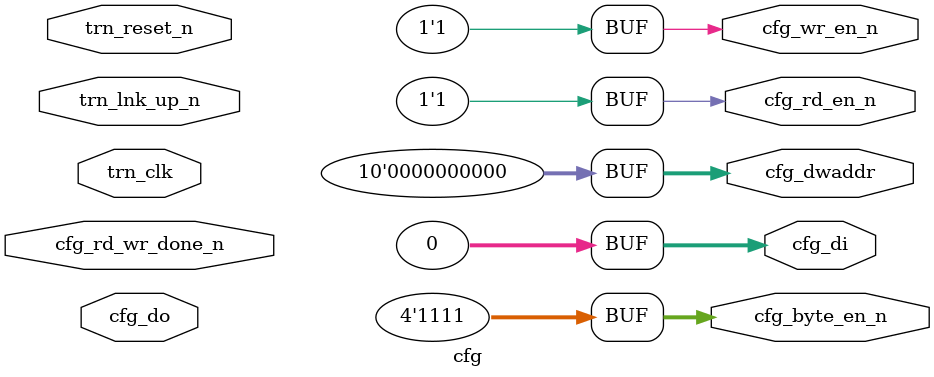
<source format=v>
`timescale 1ns / 100ps



module cfg	
	# (
		parameter	tDLY		= 0							// Simulation delay
	)
	
	(
		// Common TRN Interface
		input					trn_clk,					// Transaction Clock, Rising Edge
		input					trn_lnk_up_n,				// Transaction Link Up, Active low
		input					trn_reset_n,				// Transaction Reset, Active low
		
		// Configuration Space Access
		output					cfg_wr_en_n,				// Configuration Write Enable, Active low
		output					cfg_rd_en_n,				// Configuration Read Enable, Active low
		input					cfg_rd_wr_done_n,			// Configuration Read Write Done, Active low
		output		[3:0]		cfg_byte_en_n,				// Configuration Byte Enable, Active low
		output		[9:0]		cfg_dwaddr,					// Configuration DWORD Address
		output		[31:0]		cfg_di,						// Configuration Data In
		input		[31:0]		cfg_do						// Configuration Data Out
);




//---------------------------------------------------------------------
// registers
//---------------------------------------------------------------------





assign	#tDLY cfg_wr_en_n 	= 1'b1;
assign 	#tDLY cfg_rd_en_n	= 1'b1;
assign 	#tDLY cfg_byte_en_n	= 4'b1111;
assign 	#tDLY cfg_dwaddr	= 10'b0000000000;
assign 	#tDLY cfg_di		= 32'h00000000;







endmodule
</source>
